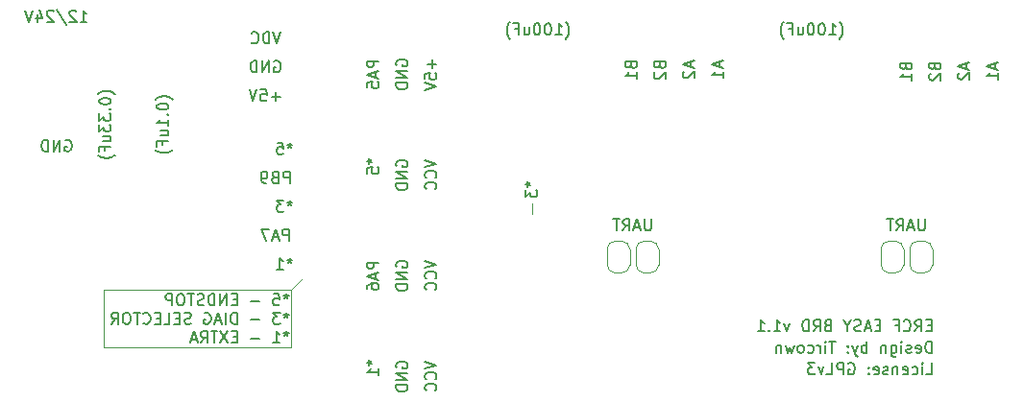
<source format=gbo>
G04 #@! TF.GenerationSoftware,KiCad,Pcbnew,(5.1.9)-1*
G04 #@! TF.CreationDate,2021-06-24T09:40:01+02:00*
G04 #@! TF.ProjectId,ercf-easy-brd,65726366-2d65-4617-9379-2d6272642e6b,v1.1*
G04 #@! TF.SameCoordinates,Original*
G04 #@! TF.FileFunction,Legend,Bot*
G04 #@! TF.FilePolarity,Positive*
%FSLAX46Y46*%
G04 Gerber Fmt 4.6, Leading zero omitted, Abs format (unit mm)*
G04 Created by KiCad (PCBNEW (5.1.9)-1) date 2021-06-24 09:40:01*
%MOMM*%
%LPD*%
G01*
G04 APERTURE LIST*
%ADD10C,0.150000*%
%ADD11C,0.120000*%
%ADD12C,0.200000*%
G04 APERTURE END LIST*
D10*
X158414404Y-137088571D02*
X158081071Y-137088571D01*
X157938214Y-137612380D02*
X158414404Y-137612380D01*
X158414404Y-136612380D01*
X157938214Y-136612380D01*
X156938214Y-137612380D02*
X157271547Y-137136190D01*
X157509642Y-137612380D02*
X157509642Y-136612380D01*
X157128690Y-136612380D01*
X157033452Y-136660000D01*
X156985833Y-136707619D01*
X156938214Y-136802857D01*
X156938214Y-136945714D01*
X156985833Y-137040952D01*
X157033452Y-137088571D01*
X157128690Y-137136190D01*
X157509642Y-137136190D01*
X155938214Y-137517142D02*
X155985833Y-137564761D01*
X156128690Y-137612380D01*
X156223928Y-137612380D01*
X156366785Y-137564761D01*
X156462023Y-137469523D01*
X156509642Y-137374285D01*
X156557261Y-137183809D01*
X156557261Y-137040952D01*
X156509642Y-136850476D01*
X156462023Y-136755238D01*
X156366785Y-136660000D01*
X156223928Y-136612380D01*
X156128690Y-136612380D01*
X155985833Y-136660000D01*
X155938214Y-136707619D01*
X155176309Y-137088571D02*
X155509642Y-137088571D01*
X155509642Y-137612380D02*
X155509642Y-136612380D01*
X155033452Y-136612380D01*
X153890595Y-137088571D02*
X153557261Y-137088571D01*
X153414404Y-137612380D02*
X153890595Y-137612380D01*
X153890595Y-136612380D01*
X153414404Y-136612380D01*
X153033452Y-137326666D02*
X152557261Y-137326666D01*
X153128690Y-137612380D02*
X152795357Y-136612380D01*
X152462023Y-137612380D01*
X152176309Y-137564761D02*
X152033452Y-137612380D01*
X151795357Y-137612380D01*
X151700119Y-137564761D01*
X151652500Y-137517142D01*
X151604880Y-137421904D01*
X151604880Y-137326666D01*
X151652500Y-137231428D01*
X151700119Y-137183809D01*
X151795357Y-137136190D01*
X151985833Y-137088571D01*
X152081071Y-137040952D01*
X152128690Y-136993333D01*
X152176309Y-136898095D01*
X152176309Y-136802857D01*
X152128690Y-136707619D01*
X152081071Y-136660000D01*
X151985833Y-136612380D01*
X151747738Y-136612380D01*
X151604880Y-136660000D01*
X150985833Y-137136190D02*
X150985833Y-137612380D01*
X151319166Y-136612380D02*
X150985833Y-137136190D01*
X150652500Y-136612380D01*
X149223928Y-137088571D02*
X149081071Y-137136190D01*
X149033452Y-137183809D01*
X148985833Y-137279047D01*
X148985833Y-137421904D01*
X149033452Y-137517142D01*
X149081071Y-137564761D01*
X149176309Y-137612380D01*
X149557261Y-137612380D01*
X149557261Y-136612380D01*
X149223928Y-136612380D01*
X149128690Y-136660000D01*
X149081071Y-136707619D01*
X149033452Y-136802857D01*
X149033452Y-136898095D01*
X149081071Y-136993333D01*
X149128690Y-137040952D01*
X149223928Y-137088571D01*
X149557261Y-137088571D01*
X147985833Y-137612380D02*
X148319166Y-137136190D01*
X148557261Y-137612380D02*
X148557261Y-136612380D01*
X148176309Y-136612380D01*
X148081071Y-136660000D01*
X148033452Y-136707619D01*
X147985833Y-136802857D01*
X147985833Y-136945714D01*
X148033452Y-137040952D01*
X148081071Y-137088571D01*
X148176309Y-137136190D01*
X148557261Y-137136190D01*
X147557261Y-137612380D02*
X147557261Y-136612380D01*
X147319166Y-136612380D01*
X147176309Y-136660000D01*
X147081071Y-136755238D01*
X147033452Y-136850476D01*
X146985833Y-137040952D01*
X146985833Y-137183809D01*
X147033452Y-137374285D01*
X147081071Y-137469523D01*
X147176309Y-137564761D01*
X147319166Y-137612380D01*
X147557261Y-137612380D01*
X145890595Y-136945714D02*
X145652500Y-137612380D01*
X145414404Y-136945714D01*
X144509642Y-137612380D02*
X145081071Y-137612380D01*
X144795357Y-137612380D02*
X144795357Y-136612380D01*
X144890595Y-136755238D01*
X144985833Y-136850476D01*
X145081071Y-136898095D01*
X144081071Y-137517142D02*
X144033452Y-137564761D01*
X144081071Y-137612380D01*
X144128690Y-137564761D01*
X144081071Y-137517142D01*
X144081071Y-137612380D01*
X143081071Y-137612380D02*
X143652500Y-137612380D01*
X143366785Y-137612380D02*
X143366785Y-136612380D01*
X143462023Y-136755238D01*
X143557261Y-136850476D01*
X143652500Y-136898095D01*
X157938214Y-141422380D02*
X158414404Y-141422380D01*
X158414404Y-140422380D01*
X157604880Y-141422380D02*
X157604880Y-140755714D01*
X157604880Y-140422380D02*
X157652500Y-140470000D01*
X157604880Y-140517619D01*
X157557261Y-140470000D01*
X157604880Y-140422380D01*
X157604880Y-140517619D01*
X156700119Y-141374761D02*
X156795357Y-141422380D01*
X156985833Y-141422380D01*
X157081071Y-141374761D01*
X157128690Y-141327142D01*
X157176309Y-141231904D01*
X157176309Y-140946190D01*
X157128690Y-140850952D01*
X157081071Y-140803333D01*
X156985833Y-140755714D01*
X156795357Y-140755714D01*
X156700119Y-140803333D01*
X155890595Y-141374761D02*
X155985833Y-141422380D01*
X156176309Y-141422380D01*
X156271547Y-141374761D01*
X156319166Y-141279523D01*
X156319166Y-140898571D01*
X156271547Y-140803333D01*
X156176309Y-140755714D01*
X155985833Y-140755714D01*
X155890595Y-140803333D01*
X155842976Y-140898571D01*
X155842976Y-140993809D01*
X156319166Y-141089047D01*
X155414404Y-140755714D02*
X155414404Y-141422380D01*
X155414404Y-140850952D02*
X155366785Y-140803333D01*
X155271547Y-140755714D01*
X155128690Y-140755714D01*
X155033452Y-140803333D01*
X154985833Y-140898571D01*
X154985833Y-141422380D01*
X154557261Y-141374761D02*
X154462023Y-141422380D01*
X154271547Y-141422380D01*
X154176309Y-141374761D01*
X154128690Y-141279523D01*
X154128690Y-141231904D01*
X154176309Y-141136666D01*
X154271547Y-141089047D01*
X154414404Y-141089047D01*
X154509642Y-141041428D01*
X154557261Y-140946190D01*
X154557261Y-140898571D01*
X154509642Y-140803333D01*
X154414404Y-140755714D01*
X154271547Y-140755714D01*
X154176309Y-140803333D01*
X153319166Y-141374761D02*
X153414404Y-141422380D01*
X153604880Y-141422380D01*
X153700119Y-141374761D01*
X153747738Y-141279523D01*
X153747738Y-140898571D01*
X153700119Y-140803333D01*
X153604880Y-140755714D01*
X153414404Y-140755714D01*
X153319166Y-140803333D01*
X153271547Y-140898571D01*
X153271547Y-140993809D01*
X153747738Y-141089047D01*
X152842976Y-141327142D02*
X152795357Y-141374761D01*
X152842976Y-141422380D01*
X152890595Y-141374761D01*
X152842976Y-141327142D01*
X152842976Y-141422380D01*
X152842976Y-140803333D02*
X152795357Y-140850952D01*
X152842976Y-140898571D01*
X152890595Y-140850952D01*
X152842976Y-140803333D01*
X152842976Y-140898571D01*
X151081071Y-140470000D02*
X151176309Y-140422380D01*
X151319166Y-140422380D01*
X151462023Y-140470000D01*
X151557261Y-140565238D01*
X151604880Y-140660476D01*
X151652500Y-140850952D01*
X151652500Y-140993809D01*
X151604880Y-141184285D01*
X151557261Y-141279523D01*
X151462023Y-141374761D01*
X151319166Y-141422380D01*
X151223928Y-141422380D01*
X151081071Y-141374761D01*
X151033452Y-141327142D01*
X151033452Y-140993809D01*
X151223928Y-140993809D01*
X150604880Y-141422380D02*
X150604880Y-140422380D01*
X150223928Y-140422380D01*
X150128690Y-140470000D01*
X150081071Y-140517619D01*
X150033452Y-140612857D01*
X150033452Y-140755714D01*
X150081071Y-140850952D01*
X150128690Y-140898571D01*
X150223928Y-140946190D01*
X150604880Y-140946190D01*
X149128690Y-141422380D02*
X149604880Y-141422380D01*
X149604880Y-140422380D01*
X148890595Y-140755714D02*
X148652500Y-141422380D01*
X148414404Y-140755714D01*
X148128690Y-140422380D02*
X147509642Y-140422380D01*
X147842976Y-140803333D01*
X147700119Y-140803333D01*
X147604880Y-140850952D01*
X147557261Y-140898571D01*
X147509642Y-140993809D01*
X147509642Y-141231904D01*
X147557261Y-141327142D01*
X147604880Y-141374761D01*
X147700119Y-141422380D01*
X147985833Y-141422380D01*
X148081071Y-141374761D01*
X148128690Y-141327142D01*
X158414404Y-139517380D02*
X158414404Y-138517380D01*
X158176309Y-138517380D01*
X158033452Y-138565000D01*
X157938214Y-138660238D01*
X157890595Y-138755476D01*
X157842976Y-138945952D01*
X157842976Y-139088809D01*
X157890595Y-139279285D01*
X157938214Y-139374523D01*
X158033452Y-139469761D01*
X158176309Y-139517380D01*
X158414404Y-139517380D01*
X157033452Y-139469761D02*
X157128690Y-139517380D01*
X157319166Y-139517380D01*
X157414404Y-139469761D01*
X157462023Y-139374523D01*
X157462023Y-138993571D01*
X157414404Y-138898333D01*
X157319166Y-138850714D01*
X157128690Y-138850714D01*
X157033452Y-138898333D01*
X156985833Y-138993571D01*
X156985833Y-139088809D01*
X157462023Y-139184047D01*
X156604880Y-139469761D02*
X156509642Y-139517380D01*
X156319166Y-139517380D01*
X156223928Y-139469761D01*
X156176309Y-139374523D01*
X156176309Y-139326904D01*
X156223928Y-139231666D01*
X156319166Y-139184047D01*
X156462023Y-139184047D01*
X156557261Y-139136428D01*
X156604880Y-139041190D01*
X156604880Y-138993571D01*
X156557261Y-138898333D01*
X156462023Y-138850714D01*
X156319166Y-138850714D01*
X156223928Y-138898333D01*
X155747738Y-139517380D02*
X155747738Y-138850714D01*
X155747738Y-138517380D02*
X155795357Y-138565000D01*
X155747738Y-138612619D01*
X155700119Y-138565000D01*
X155747738Y-138517380D01*
X155747738Y-138612619D01*
X154842976Y-138850714D02*
X154842976Y-139660238D01*
X154890595Y-139755476D01*
X154938214Y-139803095D01*
X155033452Y-139850714D01*
X155176309Y-139850714D01*
X155271547Y-139803095D01*
X154842976Y-139469761D02*
X154938214Y-139517380D01*
X155128690Y-139517380D01*
X155223928Y-139469761D01*
X155271547Y-139422142D01*
X155319166Y-139326904D01*
X155319166Y-139041190D01*
X155271547Y-138945952D01*
X155223928Y-138898333D01*
X155128690Y-138850714D01*
X154938214Y-138850714D01*
X154842976Y-138898333D01*
X154366785Y-138850714D02*
X154366785Y-139517380D01*
X154366785Y-138945952D02*
X154319166Y-138898333D01*
X154223928Y-138850714D01*
X154081071Y-138850714D01*
X153985833Y-138898333D01*
X153938214Y-138993571D01*
X153938214Y-139517380D01*
X152700119Y-139517380D02*
X152700119Y-138517380D01*
X152700119Y-138898333D02*
X152604880Y-138850714D01*
X152414404Y-138850714D01*
X152319166Y-138898333D01*
X152271547Y-138945952D01*
X152223928Y-139041190D01*
X152223928Y-139326904D01*
X152271547Y-139422142D01*
X152319166Y-139469761D01*
X152414404Y-139517380D01*
X152604880Y-139517380D01*
X152700119Y-139469761D01*
X151890595Y-138850714D02*
X151652500Y-139517380D01*
X151414404Y-138850714D02*
X151652500Y-139517380D01*
X151747738Y-139755476D01*
X151795357Y-139803095D01*
X151890595Y-139850714D01*
X151033452Y-139422142D02*
X150985833Y-139469761D01*
X151033452Y-139517380D01*
X151081071Y-139469761D01*
X151033452Y-139422142D01*
X151033452Y-139517380D01*
X151033452Y-138898333D02*
X150985833Y-138945952D01*
X151033452Y-138993571D01*
X151081071Y-138945952D01*
X151033452Y-138898333D01*
X151033452Y-138993571D01*
X149938214Y-138517380D02*
X149366785Y-138517380D01*
X149652500Y-139517380D02*
X149652500Y-138517380D01*
X149033452Y-139517380D02*
X149033452Y-138850714D01*
X149033452Y-138517380D02*
X149081071Y-138565000D01*
X149033452Y-138612619D01*
X148985833Y-138565000D01*
X149033452Y-138517380D01*
X149033452Y-138612619D01*
X148557261Y-139517380D02*
X148557261Y-138850714D01*
X148557261Y-139041190D02*
X148509642Y-138945952D01*
X148462023Y-138898333D01*
X148366785Y-138850714D01*
X148271547Y-138850714D01*
X147509642Y-139469761D02*
X147604880Y-139517380D01*
X147795357Y-139517380D01*
X147890595Y-139469761D01*
X147938214Y-139422142D01*
X147985833Y-139326904D01*
X147985833Y-139041190D01*
X147938214Y-138945952D01*
X147890595Y-138898333D01*
X147795357Y-138850714D01*
X147604880Y-138850714D01*
X147509642Y-138898333D01*
X146938214Y-139517380D02*
X147033452Y-139469761D01*
X147081071Y-139422142D01*
X147128690Y-139326904D01*
X147128690Y-139041190D01*
X147081071Y-138945952D01*
X147033452Y-138898333D01*
X146938214Y-138850714D01*
X146795357Y-138850714D01*
X146700119Y-138898333D01*
X146652500Y-138945952D01*
X146604880Y-139041190D01*
X146604880Y-139326904D01*
X146652500Y-139422142D01*
X146700119Y-139469761D01*
X146795357Y-139517380D01*
X146938214Y-139517380D01*
X146271547Y-138850714D02*
X146081071Y-139517380D01*
X145890595Y-139041190D01*
X145700119Y-139517380D01*
X145509642Y-138850714D01*
X145128690Y-138850714D02*
X145128690Y-139517380D01*
X145128690Y-138945952D02*
X145081071Y-138898333D01*
X144985833Y-138850714D01*
X144842976Y-138850714D01*
X144747738Y-138898333D01*
X144700119Y-138993571D01*
X144700119Y-139517380D01*
X133675238Y-127722380D02*
X133675238Y-128531904D01*
X133627619Y-128627142D01*
X133580000Y-128674761D01*
X133484761Y-128722380D01*
X133294285Y-128722380D01*
X133199047Y-128674761D01*
X133151428Y-128627142D01*
X133103809Y-128531904D01*
X133103809Y-127722380D01*
X132675238Y-128436666D02*
X132199047Y-128436666D01*
X132770476Y-128722380D02*
X132437142Y-127722380D01*
X132103809Y-128722380D01*
X131199047Y-128722380D02*
X131532380Y-128246190D01*
X131770476Y-128722380D02*
X131770476Y-127722380D01*
X131389523Y-127722380D01*
X131294285Y-127770000D01*
X131246666Y-127817619D01*
X131199047Y-127912857D01*
X131199047Y-128055714D01*
X131246666Y-128150952D01*
X131294285Y-128198571D01*
X131389523Y-128246190D01*
X131770476Y-128246190D01*
X130913333Y-127722380D02*
X130341904Y-127722380D01*
X130627619Y-128722380D02*
X130627619Y-127722380D01*
X157805238Y-127722380D02*
X157805238Y-128531904D01*
X157757619Y-128627142D01*
X157710000Y-128674761D01*
X157614761Y-128722380D01*
X157424285Y-128722380D01*
X157329047Y-128674761D01*
X157281428Y-128627142D01*
X157233809Y-128531904D01*
X157233809Y-127722380D01*
X156805238Y-128436666D02*
X156329047Y-128436666D01*
X156900476Y-128722380D02*
X156567142Y-127722380D01*
X156233809Y-128722380D01*
X155329047Y-128722380D02*
X155662380Y-128246190D01*
X155900476Y-128722380D02*
X155900476Y-127722380D01*
X155519523Y-127722380D01*
X155424285Y-127770000D01*
X155376666Y-127817619D01*
X155329047Y-127912857D01*
X155329047Y-128055714D01*
X155376666Y-128150952D01*
X155424285Y-128198571D01*
X155519523Y-128246190D01*
X155900476Y-128246190D01*
X155043333Y-127722380D02*
X154471904Y-127722380D01*
X154757619Y-128722380D02*
X154757619Y-127722380D01*
X82041904Y-120785000D02*
X82137142Y-120737380D01*
X82280000Y-120737380D01*
X82422857Y-120785000D01*
X82518095Y-120880238D01*
X82565714Y-120975476D01*
X82613333Y-121165952D01*
X82613333Y-121308809D01*
X82565714Y-121499285D01*
X82518095Y-121594523D01*
X82422857Y-121689761D01*
X82280000Y-121737380D01*
X82184761Y-121737380D01*
X82041904Y-121689761D01*
X81994285Y-121642142D01*
X81994285Y-121308809D01*
X82184761Y-121308809D01*
X81565714Y-121737380D02*
X81565714Y-120737380D01*
X80994285Y-121737380D01*
X80994285Y-120737380D01*
X80518095Y-121737380D02*
X80518095Y-120737380D01*
X80280000Y-120737380D01*
X80137142Y-120785000D01*
X80041904Y-120880238D01*
X79994285Y-120975476D01*
X79946666Y-121165952D01*
X79946666Y-121308809D01*
X79994285Y-121499285D01*
X80041904Y-121594523D01*
X80137142Y-121689761D01*
X80280000Y-121737380D01*
X80518095Y-121737380D01*
X83375238Y-110307380D02*
X83946666Y-110307380D01*
X83660952Y-110307380D02*
X83660952Y-109307380D01*
X83756190Y-109450238D01*
X83851428Y-109545476D01*
X83946666Y-109593095D01*
X82994285Y-109402619D02*
X82946666Y-109355000D01*
X82851428Y-109307380D01*
X82613333Y-109307380D01*
X82518095Y-109355000D01*
X82470476Y-109402619D01*
X82422857Y-109497857D01*
X82422857Y-109593095D01*
X82470476Y-109735952D01*
X83041904Y-110307380D01*
X82422857Y-110307380D01*
X81280000Y-109259761D02*
X82137142Y-110545476D01*
X80994285Y-109402619D02*
X80946666Y-109355000D01*
X80851428Y-109307380D01*
X80613333Y-109307380D01*
X80518095Y-109355000D01*
X80470476Y-109402619D01*
X80422857Y-109497857D01*
X80422857Y-109593095D01*
X80470476Y-109735952D01*
X81041904Y-110307380D01*
X80422857Y-110307380D01*
X79565714Y-109640714D02*
X79565714Y-110307380D01*
X79803809Y-109259761D02*
X80041904Y-109974047D01*
X79422857Y-109974047D01*
X79184761Y-109307380D02*
X78851428Y-110307380D01*
X78518095Y-109307380D01*
X150280380Y-111831333D02*
X150328000Y-111783714D01*
X150423238Y-111640857D01*
X150470857Y-111545619D01*
X150518476Y-111402761D01*
X150566095Y-111164666D01*
X150566095Y-110974190D01*
X150518476Y-110736095D01*
X150470857Y-110593238D01*
X150423238Y-110498000D01*
X150328000Y-110355142D01*
X150280380Y-110307523D01*
X149375619Y-111450380D02*
X149947047Y-111450380D01*
X149661333Y-111450380D02*
X149661333Y-110450380D01*
X149756571Y-110593238D01*
X149851809Y-110688476D01*
X149947047Y-110736095D01*
X148756571Y-110450380D02*
X148661333Y-110450380D01*
X148566095Y-110498000D01*
X148518476Y-110545619D01*
X148470857Y-110640857D01*
X148423238Y-110831333D01*
X148423238Y-111069428D01*
X148470857Y-111259904D01*
X148518476Y-111355142D01*
X148566095Y-111402761D01*
X148661333Y-111450380D01*
X148756571Y-111450380D01*
X148851809Y-111402761D01*
X148899428Y-111355142D01*
X148947047Y-111259904D01*
X148994666Y-111069428D01*
X148994666Y-110831333D01*
X148947047Y-110640857D01*
X148899428Y-110545619D01*
X148851809Y-110498000D01*
X148756571Y-110450380D01*
X147804190Y-110450380D02*
X147708952Y-110450380D01*
X147613714Y-110498000D01*
X147566095Y-110545619D01*
X147518476Y-110640857D01*
X147470857Y-110831333D01*
X147470857Y-111069428D01*
X147518476Y-111259904D01*
X147566095Y-111355142D01*
X147613714Y-111402761D01*
X147708952Y-111450380D01*
X147804190Y-111450380D01*
X147899428Y-111402761D01*
X147947047Y-111355142D01*
X147994666Y-111259904D01*
X148042285Y-111069428D01*
X148042285Y-110831333D01*
X147994666Y-110640857D01*
X147947047Y-110545619D01*
X147899428Y-110498000D01*
X147804190Y-110450380D01*
X146613714Y-110783714D02*
X146613714Y-111450380D01*
X147042285Y-110783714D02*
X147042285Y-111307523D01*
X146994666Y-111402761D01*
X146899428Y-111450380D01*
X146756571Y-111450380D01*
X146661333Y-111402761D01*
X146613714Y-111355142D01*
X145804190Y-110926571D02*
X146137523Y-110926571D01*
X146137523Y-111450380D02*
X146137523Y-110450380D01*
X145661333Y-110450380D01*
X145375619Y-111831333D02*
X145328000Y-111783714D01*
X145232761Y-111640857D01*
X145185142Y-111545619D01*
X145137523Y-111402761D01*
X145089904Y-111164666D01*
X145089904Y-110974190D01*
X145137523Y-110736095D01*
X145185142Y-110593238D01*
X145232761Y-110498000D01*
X145328000Y-110355142D01*
X145375619Y-110307523D01*
X126150380Y-111831333D02*
X126198000Y-111783714D01*
X126293238Y-111640857D01*
X126340857Y-111545619D01*
X126388476Y-111402761D01*
X126436095Y-111164666D01*
X126436095Y-110974190D01*
X126388476Y-110736095D01*
X126340857Y-110593238D01*
X126293238Y-110498000D01*
X126198000Y-110355142D01*
X126150380Y-110307523D01*
X125245619Y-111450380D02*
X125817047Y-111450380D01*
X125531333Y-111450380D02*
X125531333Y-110450380D01*
X125626571Y-110593238D01*
X125721809Y-110688476D01*
X125817047Y-110736095D01*
X124626571Y-110450380D02*
X124531333Y-110450380D01*
X124436095Y-110498000D01*
X124388476Y-110545619D01*
X124340857Y-110640857D01*
X124293238Y-110831333D01*
X124293238Y-111069428D01*
X124340857Y-111259904D01*
X124388476Y-111355142D01*
X124436095Y-111402761D01*
X124531333Y-111450380D01*
X124626571Y-111450380D01*
X124721809Y-111402761D01*
X124769428Y-111355142D01*
X124817047Y-111259904D01*
X124864666Y-111069428D01*
X124864666Y-110831333D01*
X124817047Y-110640857D01*
X124769428Y-110545619D01*
X124721809Y-110498000D01*
X124626571Y-110450380D01*
X123674190Y-110450380D02*
X123578952Y-110450380D01*
X123483714Y-110498000D01*
X123436095Y-110545619D01*
X123388476Y-110640857D01*
X123340857Y-110831333D01*
X123340857Y-111069428D01*
X123388476Y-111259904D01*
X123436095Y-111355142D01*
X123483714Y-111402761D01*
X123578952Y-111450380D01*
X123674190Y-111450380D01*
X123769428Y-111402761D01*
X123817047Y-111355142D01*
X123864666Y-111259904D01*
X123912285Y-111069428D01*
X123912285Y-110831333D01*
X123864666Y-110640857D01*
X123817047Y-110545619D01*
X123769428Y-110498000D01*
X123674190Y-110450380D01*
X122483714Y-110783714D02*
X122483714Y-111450380D01*
X122912285Y-110783714D02*
X122912285Y-111307523D01*
X122864666Y-111402761D01*
X122769428Y-111450380D01*
X122626571Y-111450380D01*
X122531333Y-111402761D01*
X122483714Y-111355142D01*
X121674190Y-110926571D02*
X122007523Y-110926571D01*
X122007523Y-111450380D02*
X122007523Y-110450380D01*
X121531333Y-110450380D01*
X121245619Y-111831333D02*
X121198000Y-111783714D01*
X121102761Y-111640857D01*
X121055142Y-111545619D01*
X121007523Y-111402761D01*
X120959904Y-111164666D01*
X120959904Y-110974190D01*
X121007523Y-110736095D01*
X121055142Y-110593238D01*
X121102761Y-110498000D01*
X121198000Y-110355142D01*
X121245619Y-110307523D01*
X91511333Y-117165714D02*
X91463714Y-117118095D01*
X91320857Y-117022857D01*
X91225619Y-116975238D01*
X91082761Y-116927619D01*
X90844666Y-116880000D01*
X90654190Y-116880000D01*
X90416095Y-116927619D01*
X90273238Y-116975238D01*
X90178000Y-117022857D01*
X90035142Y-117118095D01*
X89987523Y-117165714D01*
X90130380Y-117737142D02*
X90130380Y-117832380D01*
X90178000Y-117927619D01*
X90225619Y-117975238D01*
X90320857Y-118022857D01*
X90511333Y-118070476D01*
X90749428Y-118070476D01*
X90939904Y-118022857D01*
X91035142Y-117975238D01*
X91082761Y-117927619D01*
X91130380Y-117832380D01*
X91130380Y-117737142D01*
X91082761Y-117641904D01*
X91035142Y-117594285D01*
X90939904Y-117546666D01*
X90749428Y-117499047D01*
X90511333Y-117499047D01*
X90320857Y-117546666D01*
X90225619Y-117594285D01*
X90178000Y-117641904D01*
X90130380Y-117737142D01*
X91035142Y-118499047D02*
X91082761Y-118546666D01*
X91130380Y-118499047D01*
X91082761Y-118451428D01*
X91035142Y-118499047D01*
X91130380Y-118499047D01*
X91130380Y-119499047D02*
X91130380Y-118927619D01*
X91130380Y-119213333D02*
X90130380Y-119213333D01*
X90273238Y-119118095D01*
X90368476Y-119022857D01*
X90416095Y-118927619D01*
X90463714Y-120356190D02*
X91130380Y-120356190D01*
X90463714Y-119927619D02*
X90987523Y-119927619D01*
X91082761Y-119975238D01*
X91130380Y-120070476D01*
X91130380Y-120213333D01*
X91082761Y-120308571D01*
X91035142Y-120356190D01*
X90606571Y-121165714D02*
X90606571Y-120832380D01*
X91130380Y-120832380D02*
X90130380Y-120832380D01*
X90130380Y-121308571D01*
X91511333Y-121594285D02*
X91463714Y-121641904D01*
X91320857Y-121737142D01*
X91225619Y-121784761D01*
X91082761Y-121832380D01*
X90844666Y-121880000D01*
X90654190Y-121880000D01*
X90416095Y-121832380D01*
X90273238Y-121784761D01*
X90178000Y-121737142D01*
X90035142Y-121641904D01*
X89987523Y-121594285D01*
X86431333Y-116689523D02*
X86383714Y-116641904D01*
X86240857Y-116546666D01*
X86145619Y-116499047D01*
X86002761Y-116451428D01*
X85764666Y-116403809D01*
X85574190Y-116403809D01*
X85336095Y-116451428D01*
X85193238Y-116499047D01*
X85098000Y-116546666D01*
X84955142Y-116641904D01*
X84907523Y-116689523D01*
X85050380Y-117260952D02*
X85050380Y-117356190D01*
X85098000Y-117451428D01*
X85145619Y-117499047D01*
X85240857Y-117546666D01*
X85431333Y-117594285D01*
X85669428Y-117594285D01*
X85859904Y-117546666D01*
X85955142Y-117499047D01*
X86002761Y-117451428D01*
X86050380Y-117356190D01*
X86050380Y-117260952D01*
X86002761Y-117165714D01*
X85955142Y-117118095D01*
X85859904Y-117070476D01*
X85669428Y-117022857D01*
X85431333Y-117022857D01*
X85240857Y-117070476D01*
X85145619Y-117118095D01*
X85098000Y-117165714D01*
X85050380Y-117260952D01*
X85955142Y-118022857D02*
X86002761Y-118070476D01*
X86050380Y-118022857D01*
X86002761Y-117975238D01*
X85955142Y-118022857D01*
X86050380Y-118022857D01*
X85050380Y-118403809D02*
X85050380Y-119022857D01*
X85431333Y-118689523D01*
X85431333Y-118832380D01*
X85478952Y-118927619D01*
X85526571Y-118975238D01*
X85621809Y-119022857D01*
X85859904Y-119022857D01*
X85955142Y-118975238D01*
X86002761Y-118927619D01*
X86050380Y-118832380D01*
X86050380Y-118546666D01*
X86002761Y-118451428D01*
X85955142Y-118403809D01*
X85050380Y-119356190D02*
X85050380Y-119975238D01*
X85431333Y-119641904D01*
X85431333Y-119784761D01*
X85478952Y-119880000D01*
X85526571Y-119927619D01*
X85621809Y-119975238D01*
X85859904Y-119975238D01*
X85955142Y-119927619D01*
X86002761Y-119880000D01*
X86050380Y-119784761D01*
X86050380Y-119499047D01*
X86002761Y-119403809D01*
X85955142Y-119356190D01*
X85383714Y-120832380D02*
X86050380Y-120832380D01*
X85383714Y-120403809D02*
X85907523Y-120403809D01*
X86002761Y-120451428D01*
X86050380Y-120546666D01*
X86050380Y-120689523D01*
X86002761Y-120784761D01*
X85955142Y-120832380D01*
X85526571Y-121641904D02*
X85526571Y-121308571D01*
X86050380Y-121308571D02*
X85050380Y-121308571D01*
X85050380Y-121784761D01*
X86431333Y-122070476D02*
X86383714Y-122118095D01*
X86240857Y-122213333D01*
X86145619Y-122260952D01*
X86002761Y-122308571D01*
X85764666Y-122356190D01*
X85574190Y-122356190D01*
X85336095Y-122308571D01*
X85193238Y-122260952D01*
X85098000Y-122213333D01*
X84955142Y-122118095D01*
X84907523Y-122070476D01*
D11*
X123190000Y-126365000D02*
X123190000Y-127254000D01*
X101981000Y-133985000D02*
X102997000Y-132969000D01*
X101981000Y-139065000D02*
X101981000Y-133985000D01*
X85471000Y-139065000D02*
X101981000Y-139065000D01*
X85471000Y-133985000D02*
X85471000Y-139065000D01*
X101981000Y-133985000D02*
X85471000Y-133985000D01*
D10*
X101502547Y-134327380D02*
X101502547Y-134565476D01*
X101740642Y-134470238D02*
X101502547Y-134565476D01*
X101264452Y-134470238D01*
X101645404Y-134755952D02*
X101502547Y-134565476D01*
X101359690Y-134755952D01*
X100407309Y-134327380D02*
X100883500Y-134327380D01*
X100931119Y-134803571D01*
X100883500Y-134755952D01*
X100788261Y-134708333D01*
X100550166Y-134708333D01*
X100454928Y-134755952D01*
X100407309Y-134803571D01*
X100359690Y-134898809D01*
X100359690Y-135136904D01*
X100407309Y-135232142D01*
X100454928Y-135279761D01*
X100550166Y-135327380D01*
X100788261Y-135327380D01*
X100883500Y-135279761D01*
X100931119Y-135232142D01*
X99169214Y-134946428D02*
X98407309Y-134946428D01*
X97169214Y-134803571D02*
X96835880Y-134803571D01*
X96693023Y-135327380D02*
X97169214Y-135327380D01*
X97169214Y-134327380D01*
X96693023Y-134327380D01*
X96264452Y-135327380D02*
X96264452Y-134327380D01*
X95693023Y-135327380D01*
X95693023Y-134327380D01*
X95216833Y-135327380D02*
X95216833Y-134327380D01*
X94978738Y-134327380D01*
X94835880Y-134375000D01*
X94740642Y-134470238D01*
X94693023Y-134565476D01*
X94645404Y-134755952D01*
X94645404Y-134898809D01*
X94693023Y-135089285D01*
X94740642Y-135184523D01*
X94835880Y-135279761D01*
X94978738Y-135327380D01*
X95216833Y-135327380D01*
X94264452Y-135279761D02*
X94121595Y-135327380D01*
X93883500Y-135327380D01*
X93788261Y-135279761D01*
X93740642Y-135232142D01*
X93693023Y-135136904D01*
X93693023Y-135041666D01*
X93740642Y-134946428D01*
X93788261Y-134898809D01*
X93883500Y-134851190D01*
X94073976Y-134803571D01*
X94169214Y-134755952D01*
X94216833Y-134708333D01*
X94264452Y-134613095D01*
X94264452Y-134517857D01*
X94216833Y-134422619D01*
X94169214Y-134375000D01*
X94073976Y-134327380D01*
X93835880Y-134327380D01*
X93693023Y-134375000D01*
X93407309Y-134327380D02*
X92835880Y-134327380D01*
X93121595Y-135327380D02*
X93121595Y-134327380D01*
X92312071Y-134327380D02*
X92121595Y-134327380D01*
X92026357Y-134375000D01*
X91931119Y-134470238D01*
X91883500Y-134660714D01*
X91883500Y-134994047D01*
X91931119Y-135184523D01*
X92026357Y-135279761D01*
X92121595Y-135327380D01*
X92312071Y-135327380D01*
X92407309Y-135279761D01*
X92502547Y-135184523D01*
X92550166Y-134994047D01*
X92550166Y-134660714D01*
X92502547Y-134470238D01*
X92407309Y-134375000D01*
X92312071Y-134327380D01*
X91454928Y-135327380D02*
X91454928Y-134327380D01*
X91073976Y-134327380D01*
X90978738Y-134375000D01*
X90931119Y-134422619D01*
X90883500Y-134517857D01*
X90883500Y-134660714D01*
X90931119Y-134755952D01*
X90978738Y-134803571D01*
X91073976Y-134851190D01*
X91454928Y-134851190D01*
X101502547Y-135977380D02*
X101502547Y-136215476D01*
X101740642Y-136120238D02*
X101502547Y-136215476D01*
X101264452Y-136120238D01*
X101645404Y-136405952D02*
X101502547Y-136215476D01*
X101359690Y-136405952D01*
X100978738Y-135977380D02*
X100359690Y-135977380D01*
X100693023Y-136358333D01*
X100550166Y-136358333D01*
X100454928Y-136405952D01*
X100407309Y-136453571D01*
X100359690Y-136548809D01*
X100359690Y-136786904D01*
X100407309Y-136882142D01*
X100454928Y-136929761D01*
X100550166Y-136977380D01*
X100835880Y-136977380D01*
X100931119Y-136929761D01*
X100978738Y-136882142D01*
X99169214Y-136596428D02*
X98407309Y-136596428D01*
X97169214Y-136977380D02*
X97169214Y-135977380D01*
X96931119Y-135977380D01*
X96788261Y-136025000D01*
X96693023Y-136120238D01*
X96645404Y-136215476D01*
X96597785Y-136405952D01*
X96597785Y-136548809D01*
X96645404Y-136739285D01*
X96693023Y-136834523D01*
X96788261Y-136929761D01*
X96931119Y-136977380D01*
X97169214Y-136977380D01*
X96169214Y-136977380D02*
X96169214Y-135977380D01*
X95740642Y-136691666D02*
X95264452Y-136691666D01*
X95835880Y-136977380D02*
X95502547Y-135977380D01*
X95169214Y-136977380D01*
X94312071Y-136025000D02*
X94407309Y-135977380D01*
X94550166Y-135977380D01*
X94693023Y-136025000D01*
X94788261Y-136120238D01*
X94835880Y-136215476D01*
X94883500Y-136405952D01*
X94883500Y-136548809D01*
X94835880Y-136739285D01*
X94788261Y-136834523D01*
X94693023Y-136929761D01*
X94550166Y-136977380D01*
X94454928Y-136977380D01*
X94312071Y-136929761D01*
X94264452Y-136882142D01*
X94264452Y-136548809D01*
X94454928Y-136548809D01*
X93121595Y-136929761D02*
X92978738Y-136977380D01*
X92740642Y-136977380D01*
X92645404Y-136929761D01*
X92597785Y-136882142D01*
X92550166Y-136786904D01*
X92550166Y-136691666D01*
X92597785Y-136596428D01*
X92645404Y-136548809D01*
X92740642Y-136501190D01*
X92931119Y-136453571D01*
X93026357Y-136405952D01*
X93073976Y-136358333D01*
X93121595Y-136263095D01*
X93121595Y-136167857D01*
X93073976Y-136072619D01*
X93026357Y-136025000D01*
X92931119Y-135977380D01*
X92693023Y-135977380D01*
X92550166Y-136025000D01*
X92121595Y-136453571D02*
X91788261Y-136453571D01*
X91645404Y-136977380D02*
X92121595Y-136977380D01*
X92121595Y-135977380D01*
X91645404Y-135977380D01*
X90740642Y-136977380D02*
X91216833Y-136977380D01*
X91216833Y-135977380D01*
X90407309Y-136453571D02*
X90073976Y-136453571D01*
X89931119Y-136977380D02*
X90407309Y-136977380D01*
X90407309Y-135977380D01*
X89931119Y-135977380D01*
X88931119Y-136882142D02*
X88978738Y-136929761D01*
X89121595Y-136977380D01*
X89216833Y-136977380D01*
X89359690Y-136929761D01*
X89454928Y-136834523D01*
X89502547Y-136739285D01*
X89550166Y-136548809D01*
X89550166Y-136405952D01*
X89502547Y-136215476D01*
X89454928Y-136120238D01*
X89359690Y-136025000D01*
X89216833Y-135977380D01*
X89121595Y-135977380D01*
X88978738Y-136025000D01*
X88931119Y-136072619D01*
X88645404Y-135977380D02*
X88073976Y-135977380D01*
X88359690Y-136977380D02*
X88359690Y-135977380D01*
X87550166Y-135977380D02*
X87359690Y-135977380D01*
X87264452Y-136025000D01*
X87169214Y-136120238D01*
X87121595Y-136310714D01*
X87121595Y-136644047D01*
X87169214Y-136834523D01*
X87264452Y-136929761D01*
X87359690Y-136977380D01*
X87550166Y-136977380D01*
X87645404Y-136929761D01*
X87740642Y-136834523D01*
X87788261Y-136644047D01*
X87788261Y-136310714D01*
X87740642Y-136120238D01*
X87645404Y-136025000D01*
X87550166Y-135977380D01*
X86121595Y-136977380D02*
X86454928Y-136501190D01*
X86693023Y-136977380D02*
X86693023Y-135977380D01*
X86312071Y-135977380D01*
X86216833Y-136025000D01*
X86169214Y-136072619D01*
X86121595Y-136167857D01*
X86121595Y-136310714D01*
X86169214Y-136405952D01*
X86216833Y-136453571D01*
X86312071Y-136501190D01*
X86693023Y-136501190D01*
X101502547Y-137627380D02*
X101502547Y-137865476D01*
X101740642Y-137770238D02*
X101502547Y-137865476D01*
X101264452Y-137770238D01*
X101645404Y-138055952D02*
X101502547Y-137865476D01*
X101359690Y-138055952D01*
X100359690Y-138627380D02*
X100931119Y-138627380D01*
X100645404Y-138627380D02*
X100645404Y-137627380D01*
X100740642Y-137770238D01*
X100835880Y-137865476D01*
X100931119Y-137913095D01*
X99169214Y-138246428D02*
X98407309Y-138246428D01*
X97169214Y-138103571D02*
X96835880Y-138103571D01*
X96693023Y-138627380D02*
X97169214Y-138627380D01*
X97169214Y-137627380D01*
X96693023Y-137627380D01*
X96359690Y-137627380D02*
X95693023Y-138627380D01*
X95693023Y-137627380D02*
X96359690Y-138627380D01*
X95454928Y-137627380D02*
X94883500Y-137627380D01*
X95169214Y-138627380D02*
X95169214Y-137627380D01*
X93978738Y-138627380D02*
X94312071Y-138151190D01*
X94550166Y-138627380D02*
X94550166Y-137627380D01*
X94169214Y-137627380D01*
X94073976Y-137675000D01*
X94026357Y-137722619D01*
X93978738Y-137817857D01*
X93978738Y-137960714D01*
X94026357Y-138055952D01*
X94073976Y-138103571D01*
X94169214Y-138151190D01*
X94550166Y-138151190D01*
X93597785Y-138341666D02*
X93121595Y-138341666D01*
X93693023Y-138627380D02*
X93359690Y-137627380D01*
X93026357Y-138627380D01*
X101822095Y-131151380D02*
X101822095Y-131389476D01*
X102060190Y-131294238D02*
X101822095Y-131389476D01*
X101584000Y-131294238D01*
X101964952Y-131579952D02*
X101822095Y-131389476D01*
X101679238Y-131579952D01*
X100679238Y-132151380D02*
X101250666Y-132151380D01*
X100964952Y-132151380D02*
X100964952Y-131151380D01*
X101060190Y-131294238D01*
X101155428Y-131389476D01*
X101250666Y-131437095D01*
X101822095Y-120991380D02*
X101822095Y-121229476D01*
X102060190Y-121134238D02*
X101822095Y-121229476D01*
X101584000Y-121134238D01*
X101964952Y-121419952D02*
X101822095Y-121229476D01*
X101679238Y-121419952D01*
X100726857Y-120991380D02*
X101203047Y-120991380D01*
X101250666Y-121467571D01*
X101203047Y-121419952D01*
X101107809Y-121372333D01*
X100869714Y-121372333D01*
X100774476Y-121419952D01*
X100726857Y-121467571D01*
X100679238Y-121562809D01*
X100679238Y-121800904D01*
X100726857Y-121896142D01*
X100774476Y-121943761D01*
X100869714Y-121991380D01*
X101107809Y-121991380D01*
X101203047Y-121943761D01*
X101250666Y-121896142D01*
X101822095Y-126071380D02*
X101822095Y-126309476D01*
X102060190Y-126214238D02*
X101822095Y-126309476D01*
X101584000Y-126214238D01*
X101964952Y-126499952D02*
X101822095Y-126309476D01*
X101679238Y-126499952D01*
X101298285Y-126071380D02*
X100679238Y-126071380D01*
X101012571Y-126452333D01*
X100869714Y-126452333D01*
X100774476Y-126499952D01*
X100726857Y-126547571D01*
X100679238Y-126642809D01*
X100679238Y-126880904D01*
X100726857Y-126976142D01*
X100774476Y-127023761D01*
X100869714Y-127071380D01*
X101155428Y-127071380D01*
X101250666Y-127023761D01*
X101298285Y-126976142D01*
X122642380Y-124618809D02*
X122880476Y-124618809D01*
X122785238Y-124380714D02*
X122880476Y-124618809D01*
X122785238Y-124856904D01*
X123070952Y-124475952D02*
X122880476Y-124618809D01*
X123070952Y-124761666D01*
X122642380Y-125142619D02*
X122642380Y-125761666D01*
X123023333Y-125428333D01*
X123023333Y-125571190D01*
X123070952Y-125666428D01*
X123118571Y-125714047D01*
X123213809Y-125761666D01*
X123451904Y-125761666D01*
X123547142Y-125714047D01*
X123594761Y-125666428D01*
X123642380Y-125571190D01*
X123642380Y-125285476D01*
X123594761Y-125190238D01*
X123547142Y-125142619D01*
X101822095Y-124531380D02*
X101822095Y-123531380D01*
X101441142Y-123531380D01*
X101345904Y-123579000D01*
X101298285Y-123626619D01*
X101250666Y-123721857D01*
X101250666Y-123864714D01*
X101298285Y-123959952D01*
X101345904Y-124007571D01*
X101441142Y-124055190D01*
X101822095Y-124055190D01*
X100488761Y-124007571D02*
X100345904Y-124055190D01*
X100298285Y-124102809D01*
X100250666Y-124198047D01*
X100250666Y-124340904D01*
X100298285Y-124436142D01*
X100345904Y-124483761D01*
X100441142Y-124531380D01*
X100822095Y-124531380D01*
X100822095Y-123531380D01*
X100488761Y-123531380D01*
X100393523Y-123579000D01*
X100345904Y-123626619D01*
X100298285Y-123721857D01*
X100298285Y-123817095D01*
X100345904Y-123912333D01*
X100393523Y-123959952D01*
X100488761Y-124007571D01*
X100822095Y-124007571D01*
X99774476Y-124531380D02*
X99584000Y-124531380D01*
X99488761Y-124483761D01*
X99441142Y-124436142D01*
X99345904Y-124293285D01*
X99298285Y-124102809D01*
X99298285Y-123721857D01*
X99345904Y-123626619D01*
X99393523Y-123579000D01*
X99488761Y-123531380D01*
X99679238Y-123531380D01*
X99774476Y-123579000D01*
X99822095Y-123626619D01*
X99869714Y-123721857D01*
X99869714Y-123959952D01*
X99822095Y-124055190D01*
X99774476Y-124102809D01*
X99679238Y-124150428D01*
X99488761Y-124150428D01*
X99393523Y-124102809D01*
X99345904Y-124055190D01*
X99298285Y-123959952D01*
X101750666Y-129611380D02*
X101750666Y-128611380D01*
X101369714Y-128611380D01*
X101274476Y-128659000D01*
X101226857Y-128706619D01*
X101179238Y-128801857D01*
X101179238Y-128944714D01*
X101226857Y-129039952D01*
X101274476Y-129087571D01*
X101369714Y-129135190D01*
X101750666Y-129135190D01*
X100798285Y-129325666D02*
X100322095Y-129325666D01*
X100893523Y-129611380D02*
X100560190Y-128611380D01*
X100226857Y-129611380D01*
X99988761Y-128611380D02*
X99322095Y-128611380D01*
X99750666Y-129611380D01*
X114371428Y-113649285D02*
X114371428Y-114411190D01*
X114752380Y-114030238D02*
X113990476Y-114030238D01*
X113752380Y-115363571D02*
X113752380Y-114887380D01*
X114228571Y-114839761D01*
X114180952Y-114887380D01*
X114133333Y-114982619D01*
X114133333Y-115220714D01*
X114180952Y-115315952D01*
X114228571Y-115363571D01*
X114323809Y-115411190D01*
X114561904Y-115411190D01*
X114657142Y-115363571D01*
X114704761Y-115315952D01*
X114752380Y-115220714D01*
X114752380Y-114982619D01*
X114704761Y-114887380D01*
X114657142Y-114839761D01*
X113752380Y-115696904D02*
X114752380Y-116030238D01*
X113752380Y-116363571D01*
X111260000Y-114173095D02*
X111212380Y-114077857D01*
X111212380Y-113935000D01*
X111260000Y-113792142D01*
X111355238Y-113696904D01*
X111450476Y-113649285D01*
X111640952Y-113601666D01*
X111783809Y-113601666D01*
X111974285Y-113649285D01*
X112069523Y-113696904D01*
X112164761Y-113792142D01*
X112212380Y-113935000D01*
X112212380Y-114030238D01*
X112164761Y-114173095D01*
X112117142Y-114220714D01*
X111783809Y-114220714D01*
X111783809Y-114030238D01*
X112212380Y-114649285D02*
X111212380Y-114649285D01*
X112212380Y-115220714D01*
X111212380Y-115220714D01*
X112212380Y-115696904D02*
X111212380Y-115696904D01*
X111212380Y-115935000D01*
X111260000Y-116077857D01*
X111355238Y-116173095D01*
X111450476Y-116220714D01*
X111640952Y-116268333D01*
X111783809Y-116268333D01*
X111974285Y-116220714D01*
X112069523Y-116173095D01*
X112164761Y-116077857D01*
X112212380Y-115935000D01*
X112212380Y-115696904D01*
X109672380Y-113768333D02*
X108672380Y-113768333D01*
X108672380Y-114149285D01*
X108720000Y-114244523D01*
X108767619Y-114292142D01*
X108862857Y-114339761D01*
X109005714Y-114339761D01*
X109100952Y-114292142D01*
X109148571Y-114244523D01*
X109196190Y-114149285D01*
X109196190Y-113768333D01*
X109386666Y-114720714D02*
X109386666Y-115196904D01*
X109672380Y-114625476D02*
X108672380Y-114958809D01*
X109672380Y-115292142D01*
X108672380Y-116101666D02*
X108672380Y-115625476D01*
X109148571Y-115577857D01*
X109100952Y-115625476D01*
X109053333Y-115720714D01*
X109053333Y-115958809D01*
X109100952Y-116054047D01*
X109148571Y-116101666D01*
X109243809Y-116149285D01*
X109481904Y-116149285D01*
X109577142Y-116101666D01*
X109624761Y-116054047D01*
X109672380Y-115958809D01*
X109672380Y-115720714D01*
X109624761Y-115625476D01*
X109577142Y-115577857D01*
X101028333Y-111212380D02*
X100695000Y-112212380D01*
X100361666Y-111212380D01*
X100028333Y-112212380D02*
X100028333Y-111212380D01*
X99790238Y-111212380D01*
X99647380Y-111260000D01*
X99552142Y-111355238D01*
X99504523Y-111450476D01*
X99456904Y-111640952D01*
X99456904Y-111783809D01*
X99504523Y-111974285D01*
X99552142Y-112069523D01*
X99647380Y-112164761D01*
X99790238Y-112212380D01*
X100028333Y-112212380D01*
X98456904Y-112117142D02*
X98504523Y-112164761D01*
X98647380Y-112212380D01*
X98742619Y-112212380D01*
X98885476Y-112164761D01*
X98980714Y-112069523D01*
X99028333Y-111974285D01*
X99075952Y-111783809D01*
X99075952Y-111640952D01*
X99028333Y-111450476D01*
X98980714Y-111355238D01*
X98885476Y-111260000D01*
X98742619Y-111212380D01*
X98647380Y-111212380D01*
X98504523Y-111260000D01*
X98456904Y-111307619D01*
X100980714Y-116911428D02*
X100218809Y-116911428D01*
X100599761Y-117292380D02*
X100599761Y-116530476D01*
X99266428Y-116292380D02*
X99742619Y-116292380D01*
X99790238Y-116768571D01*
X99742619Y-116720952D01*
X99647380Y-116673333D01*
X99409285Y-116673333D01*
X99314047Y-116720952D01*
X99266428Y-116768571D01*
X99218809Y-116863809D01*
X99218809Y-117101904D01*
X99266428Y-117197142D01*
X99314047Y-117244761D01*
X99409285Y-117292380D01*
X99647380Y-117292380D01*
X99742619Y-117244761D01*
X99790238Y-117197142D01*
X98933095Y-116292380D02*
X98599761Y-117292380D01*
X98266428Y-116292380D01*
X100456904Y-113800000D02*
X100552142Y-113752380D01*
X100695000Y-113752380D01*
X100837857Y-113800000D01*
X100933095Y-113895238D01*
X100980714Y-113990476D01*
X101028333Y-114180952D01*
X101028333Y-114323809D01*
X100980714Y-114514285D01*
X100933095Y-114609523D01*
X100837857Y-114704761D01*
X100695000Y-114752380D01*
X100599761Y-114752380D01*
X100456904Y-114704761D01*
X100409285Y-114657142D01*
X100409285Y-114323809D01*
X100599761Y-114323809D01*
X99980714Y-114752380D02*
X99980714Y-113752380D01*
X99409285Y-114752380D01*
X99409285Y-113752380D01*
X98933095Y-114752380D02*
X98933095Y-113752380D01*
X98695000Y-113752380D01*
X98552142Y-113800000D01*
X98456904Y-113895238D01*
X98409285Y-113990476D01*
X98361666Y-114180952D01*
X98361666Y-114323809D01*
X98409285Y-114514285D01*
X98456904Y-114609523D01*
X98552142Y-114704761D01*
X98695000Y-114752380D01*
X98933095Y-114752380D01*
X108672380Y-140366904D02*
X108910476Y-140366904D01*
X108815238Y-140128809D02*
X108910476Y-140366904D01*
X108815238Y-140605000D01*
X109100952Y-140224047D02*
X108910476Y-140366904D01*
X109100952Y-140509761D01*
X109672380Y-141509761D02*
X109672380Y-140938333D01*
X109672380Y-141224047D02*
X108672380Y-141224047D01*
X108815238Y-141128809D01*
X108910476Y-141033571D01*
X108958095Y-140938333D01*
X111260000Y-140843095D02*
X111212380Y-140747857D01*
X111212380Y-140605000D01*
X111260000Y-140462142D01*
X111355238Y-140366904D01*
X111450476Y-140319285D01*
X111640952Y-140271666D01*
X111783809Y-140271666D01*
X111974285Y-140319285D01*
X112069523Y-140366904D01*
X112164761Y-140462142D01*
X112212380Y-140605000D01*
X112212380Y-140700238D01*
X112164761Y-140843095D01*
X112117142Y-140890714D01*
X111783809Y-140890714D01*
X111783809Y-140700238D01*
X112212380Y-141319285D02*
X111212380Y-141319285D01*
X112212380Y-141890714D01*
X111212380Y-141890714D01*
X112212380Y-142366904D02*
X111212380Y-142366904D01*
X111212380Y-142605000D01*
X111260000Y-142747857D01*
X111355238Y-142843095D01*
X111450476Y-142890714D01*
X111640952Y-142938333D01*
X111783809Y-142938333D01*
X111974285Y-142890714D01*
X112069523Y-142843095D01*
X112164761Y-142747857D01*
X112212380Y-142605000D01*
X112212380Y-142366904D01*
X113752380Y-140271666D02*
X114752380Y-140605000D01*
X113752380Y-140938333D01*
X114657142Y-141843095D02*
X114704761Y-141795476D01*
X114752380Y-141652619D01*
X114752380Y-141557380D01*
X114704761Y-141414523D01*
X114609523Y-141319285D01*
X114514285Y-141271666D01*
X114323809Y-141224047D01*
X114180952Y-141224047D01*
X113990476Y-141271666D01*
X113895238Y-141319285D01*
X113800000Y-141414523D01*
X113752380Y-141557380D01*
X113752380Y-141652619D01*
X113800000Y-141795476D01*
X113847619Y-141843095D01*
X114657142Y-142843095D02*
X114704761Y-142795476D01*
X114752380Y-142652619D01*
X114752380Y-142557380D01*
X114704761Y-142414523D01*
X114609523Y-142319285D01*
X114514285Y-142271666D01*
X114323809Y-142224047D01*
X114180952Y-142224047D01*
X113990476Y-142271666D01*
X113895238Y-142319285D01*
X113800000Y-142414523D01*
X113752380Y-142557380D01*
X113752380Y-142652619D01*
X113800000Y-142795476D01*
X113847619Y-142843095D01*
X109672380Y-131548333D02*
X108672380Y-131548333D01*
X108672380Y-131929285D01*
X108720000Y-132024523D01*
X108767619Y-132072142D01*
X108862857Y-132119761D01*
X109005714Y-132119761D01*
X109100952Y-132072142D01*
X109148571Y-132024523D01*
X109196190Y-131929285D01*
X109196190Y-131548333D01*
X109386666Y-132500714D02*
X109386666Y-132976904D01*
X109672380Y-132405476D02*
X108672380Y-132738809D01*
X109672380Y-133072142D01*
X108672380Y-133834047D02*
X108672380Y-133643571D01*
X108720000Y-133548333D01*
X108767619Y-133500714D01*
X108910476Y-133405476D01*
X109100952Y-133357857D01*
X109481904Y-133357857D01*
X109577142Y-133405476D01*
X109624761Y-133453095D01*
X109672380Y-133548333D01*
X109672380Y-133738809D01*
X109624761Y-133834047D01*
X109577142Y-133881666D01*
X109481904Y-133929285D01*
X109243809Y-133929285D01*
X109148571Y-133881666D01*
X109100952Y-133834047D01*
X109053333Y-133738809D01*
X109053333Y-133548333D01*
X109100952Y-133453095D01*
X109148571Y-133405476D01*
X109243809Y-133357857D01*
X111260000Y-131953095D02*
X111212380Y-131857857D01*
X111212380Y-131715000D01*
X111260000Y-131572142D01*
X111355238Y-131476904D01*
X111450476Y-131429285D01*
X111640952Y-131381666D01*
X111783809Y-131381666D01*
X111974285Y-131429285D01*
X112069523Y-131476904D01*
X112164761Y-131572142D01*
X112212380Y-131715000D01*
X112212380Y-131810238D01*
X112164761Y-131953095D01*
X112117142Y-132000714D01*
X111783809Y-132000714D01*
X111783809Y-131810238D01*
X112212380Y-132429285D02*
X111212380Y-132429285D01*
X112212380Y-133000714D01*
X111212380Y-133000714D01*
X112212380Y-133476904D02*
X111212380Y-133476904D01*
X111212380Y-133715000D01*
X111260000Y-133857857D01*
X111355238Y-133953095D01*
X111450476Y-134000714D01*
X111640952Y-134048333D01*
X111783809Y-134048333D01*
X111974285Y-134000714D01*
X112069523Y-133953095D01*
X112164761Y-133857857D01*
X112212380Y-133715000D01*
X112212380Y-133476904D01*
X113752380Y-131381666D02*
X114752380Y-131715000D01*
X113752380Y-132048333D01*
X114657142Y-132953095D02*
X114704761Y-132905476D01*
X114752380Y-132762619D01*
X114752380Y-132667380D01*
X114704761Y-132524523D01*
X114609523Y-132429285D01*
X114514285Y-132381666D01*
X114323809Y-132334047D01*
X114180952Y-132334047D01*
X113990476Y-132381666D01*
X113895238Y-132429285D01*
X113800000Y-132524523D01*
X113752380Y-132667380D01*
X113752380Y-132762619D01*
X113800000Y-132905476D01*
X113847619Y-132953095D01*
X114657142Y-133953095D02*
X114704761Y-133905476D01*
X114752380Y-133762619D01*
X114752380Y-133667380D01*
X114704761Y-133524523D01*
X114609523Y-133429285D01*
X114514285Y-133381666D01*
X114323809Y-133334047D01*
X114180952Y-133334047D01*
X113990476Y-133381666D01*
X113895238Y-133429285D01*
X113800000Y-133524523D01*
X113752380Y-133667380D01*
X113752380Y-133762619D01*
X113800000Y-133905476D01*
X113847619Y-133953095D01*
X113752380Y-122491666D02*
X114752380Y-122825000D01*
X113752380Y-123158333D01*
X114657142Y-124063095D02*
X114704761Y-124015476D01*
X114752380Y-123872619D01*
X114752380Y-123777380D01*
X114704761Y-123634523D01*
X114609523Y-123539285D01*
X114514285Y-123491666D01*
X114323809Y-123444047D01*
X114180952Y-123444047D01*
X113990476Y-123491666D01*
X113895238Y-123539285D01*
X113800000Y-123634523D01*
X113752380Y-123777380D01*
X113752380Y-123872619D01*
X113800000Y-124015476D01*
X113847619Y-124063095D01*
X114657142Y-125063095D02*
X114704761Y-125015476D01*
X114752380Y-124872619D01*
X114752380Y-124777380D01*
X114704761Y-124634523D01*
X114609523Y-124539285D01*
X114514285Y-124491666D01*
X114323809Y-124444047D01*
X114180952Y-124444047D01*
X113990476Y-124491666D01*
X113895238Y-124539285D01*
X113800000Y-124634523D01*
X113752380Y-124777380D01*
X113752380Y-124872619D01*
X113800000Y-125015476D01*
X113847619Y-125063095D01*
X111260000Y-123063095D02*
X111212380Y-122967857D01*
X111212380Y-122825000D01*
X111260000Y-122682142D01*
X111355238Y-122586904D01*
X111450476Y-122539285D01*
X111640952Y-122491666D01*
X111783809Y-122491666D01*
X111974285Y-122539285D01*
X112069523Y-122586904D01*
X112164761Y-122682142D01*
X112212380Y-122825000D01*
X112212380Y-122920238D01*
X112164761Y-123063095D01*
X112117142Y-123110714D01*
X111783809Y-123110714D01*
X111783809Y-122920238D01*
X112212380Y-123539285D02*
X111212380Y-123539285D01*
X112212380Y-124110714D01*
X111212380Y-124110714D01*
X112212380Y-124586904D02*
X111212380Y-124586904D01*
X111212380Y-124825000D01*
X111260000Y-124967857D01*
X111355238Y-125063095D01*
X111450476Y-125110714D01*
X111640952Y-125158333D01*
X111783809Y-125158333D01*
X111974285Y-125110714D01*
X112069523Y-125063095D01*
X112164761Y-124967857D01*
X112212380Y-124825000D01*
X112212380Y-124586904D01*
X108672380Y-122586904D02*
X108910476Y-122586904D01*
X108815238Y-122348809D02*
X108910476Y-122586904D01*
X108815238Y-122825000D01*
X109100952Y-122444047D02*
X108910476Y-122586904D01*
X109100952Y-122729761D01*
X108672380Y-123682142D02*
X108672380Y-123205952D01*
X109148571Y-123158333D01*
X109100952Y-123205952D01*
X109053333Y-123301190D01*
X109053333Y-123539285D01*
X109100952Y-123634523D01*
X109148571Y-123682142D01*
X109243809Y-123729761D01*
X109481904Y-123729761D01*
X109577142Y-123682142D01*
X109624761Y-123634523D01*
X109672380Y-123539285D01*
X109672380Y-123301190D01*
X109624761Y-123205952D01*
X109577142Y-123158333D01*
D12*
X139739666Y-113839714D02*
X139739666Y-114315904D01*
X140025380Y-113744476D02*
X139025380Y-114077809D01*
X140025380Y-114411142D01*
X140025380Y-115268285D02*
X140025380Y-114696857D01*
X140025380Y-114982571D02*
X139025380Y-114982571D01*
X139168238Y-114887333D01*
X139263476Y-114792095D01*
X139311095Y-114696857D01*
D10*
X131881571Y-114149238D02*
X131929190Y-114292095D01*
X131976809Y-114339714D01*
X132072047Y-114387333D01*
X132214904Y-114387333D01*
X132310142Y-114339714D01*
X132357761Y-114292095D01*
X132405380Y-114196857D01*
X132405380Y-113815904D01*
X131405380Y-113815904D01*
X131405380Y-114149238D01*
X131453000Y-114244476D01*
X131500619Y-114292095D01*
X131595857Y-114339714D01*
X131691095Y-114339714D01*
X131786333Y-114292095D01*
X131833952Y-114244476D01*
X131881571Y-114149238D01*
X131881571Y-113815904D01*
X132405380Y-115339714D02*
X132405380Y-114768285D01*
X132405380Y-115054000D02*
X131405380Y-115054000D01*
X131548238Y-114958761D01*
X131643476Y-114863523D01*
X131691095Y-114768285D01*
X137199666Y-113839714D02*
X137199666Y-114315904D01*
X137485380Y-113744476D02*
X136485380Y-114077809D01*
X137485380Y-114411142D01*
X136580619Y-114696857D02*
X136533000Y-114744476D01*
X136485380Y-114839714D01*
X136485380Y-115077809D01*
X136533000Y-115173047D01*
X136580619Y-115220666D01*
X136675857Y-115268285D01*
X136771095Y-115268285D01*
X136913952Y-115220666D01*
X137485380Y-114649238D01*
X137485380Y-115268285D01*
X134421571Y-114149238D02*
X134469190Y-114292095D01*
X134516809Y-114339714D01*
X134612047Y-114387333D01*
X134754904Y-114387333D01*
X134850142Y-114339714D01*
X134897761Y-114292095D01*
X134945380Y-114196857D01*
X134945380Y-113815904D01*
X133945380Y-113815904D01*
X133945380Y-114149238D01*
X133993000Y-114244476D01*
X134040619Y-114292095D01*
X134135857Y-114339714D01*
X134231095Y-114339714D01*
X134326333Y-114292095D01*
X134373952Y-114244476D01*
X134421571Y-114149238D01*
X134421571Y-113815904D01*
X134040619Y-114768285D02*
X133993000Y-114815904D01*
X133945380Y-114911142D01*
X133945380Y-115149238D01*
X133993000Y-115244476D01*
X134040619Y-115292095D01*
X134135857Y-115339714D01*
X134231095Y-115339714D01*
X134373952Y-115292095D01*
X134945380Y-114720666D01*
X134945380Y-115339714D01*
X156138571Y-114276238D02*
X156186190Y-114419095D01*
X156233809Y-114466714D01*
X156329047Y-114514333D01*
X156471904Y-114514333D01*
X156567142Y-114466714D01*
X156614761Y-114419095D01*
X156662380Y-114323857D01*
X156662380Y-113942904D01*
X155662380Y-113942904D01*
X155662380Y-114276238D01*
X155710000Y-114371476D01*
X155757619Y-114419095D01*
X155852857Y-114466714D01*
X155948095Y-114466714D01*
X156043333Y-114419095D01*
X156090952Y-114371476D01*
X156138571Y-114276238D01*
X156138571Y-113942904D01*
X156662380Y-115466714D02*
X156662380Y-114895285D01*
X156662380Y-115181000D02*
X155662380Y-115181000D01*
X155805238Y-115085761D01*
X155900476Y-114990523D01*
X155948095Y-114895285D01*
X158678571Y-114276238D02*
X158726190Y-114419095D01*
X158773809Y-114466714D01*
X158869047Y-114514333D01*
X159011904Y-114514333D01*
X159107142Y-114466714D01*
X159154761Y-114419095D01*
X159202380Y-114323857D01*
X159202380Y-113942904D01*
X158202380Y-113942904D01*
X158202380Y-114276238D01*
X158250000Y-114371476D01*
X158297619Y-114419095D01*
X158392857Y-114466714D01*
X158488095Y-114466714D01*
X158583333Y-114419095D01*
X158630952Y-114371476D01*
X158678571Y-114276238D01*
X158678571Y-113942904D01*
X158297619Y-114895285D02*
X158250000Y-114942904D01*
X158202380Y-115038142D01*
X158202380Y-115276238D01*
X158250000Y-115371476D01*
X158297619Y-115419095D01*
X158392857Y-115466714D01*
X158488095Y-115466714D01*
X158630952Y-115419095D01*
X159202380Y-114847666D01*
X159202380Y-115466714D01*
X161456666Y-113966714D02*
X161456666Y-114442904D01*
X161742380Y-113871476D02*
X160742380Y-114204809D01*
X161742380Y-114538142D01*
X160837619Y-114823857D02*
X160790000Y-114871476D01*
X160742380Y-114966714D01*
X160742380Y-115204809D01*
X160790000Y-115300047D01*
X160837619Y-115347666D01*
X160932857Y-115395285D01*
X161028095Y-115395285D01*
X161170952Y-115347666D01*
X161742380Y-114776238D01*
X161742380Y-115395285D01*
D12*
X163996666Y-113966714D02*
X163996666Y-114442904D01*
X164282380Y-113871476D02*
X163282380Y-114204809D01*
X164282380Y-114538142D01*
X164282380Y-115395285D02*
X164282380Y-114823857D01*
X164282380Y-115109571D02*
X163282380Y-115109571D01*
X163425238Y-115014333D01*
X163520476Y-114919095D01*
X163568095Y-114823857D01*
D11*
X131110000Y-129664000D02*
X130510000Y-129664000D01*
X131810000Y-131764000D02*
X131810000Y-130364000D01*
X130510000Y-132464000D02*
X131110000Y-132464000D01*
X129810000Y-130364000D02*
X129810000Y-131764000D01*
X130510000Y-129664000D02*
G75*
G03*
X129810000Y-130364000I0J-700000D01*
G01*
X131810000Y-130364000D02*
G75*
G03*
X131110000Y-129664000I-700000J0D01*
G01*
X131110000Y-132464000D02*
G75*
G03*
X131810000Y-131764000I0J700000D01*
G01*
X129810000Y-131764000D02*
G75*
G03*
X130510000Y-132464000I700000J0D01*
G01*
X133050000Y-132464000D02*
X133650000Y-132464000D01*
X132350000Y-130364000D02*
X132350000Y-131764000D01*
X133650000Y-129664000D02*
X133050000Y-129664000D01*
X134350000Y-131764000D02*
X134350000Y-130364000D01*
X133650000Y-132464000D02*
G75*
G03*
X134350000Y-131764000I0J700000D01*
G01*
X132350000Y-131764000D02*
G75*
G03*
X133050000Y-132464000I700000J0D01*
G01*
X133050000Y-129664000D02*
G75*
G03*
X132350000Y-130364000I0J-700000D01*
G01*
X134350000Y-130364000D02*
G75*
G03*
X133650000Y-129664000I-700000J0D01*
G01*
X153940000Y-130364000D02*
X153940000Y-131764000D01*
X154640000Y-132464000D02*
X155240000Y-132464000D01*
X155940000Y-131764000D02*
X155940000Y-130364000D01*
X155240000Y-129664000D02*
X154640000Y-129664000D01*
X153940000Y-131764000D02*
G75*
G03*
X154640000Y-132464000I700000J0D01*
G01*
X155240000Y-132464000D02*
G75*
G03*
X155940000Y-131764000I0J700000D01*
G01*
X155940000Y-130364000D02*
G75*
G03*
X155240000Y-129664000I-700000J0D01*
G01*
X154640000Y-129664000D02*
G75*
G03*
X153940000Y-130364000I0J-700000D01*
G01*
X157180000Y-132464000D02*
X157780000Y-132464000D01*
X156480000Y-130364000D02*
X156480000Y-131764000D01*
X157780000Y-129664000D02*
X157180000Y-129664000D01*
X158480000Y-131764000D02*
X158480000Y-130364000D01*
X157780000Y-132464000D02*
G75*
G03*
X158480000Y-131764000I0J700000D01*
G01*
X156480000Y-131764000D02*
G75*
G03*
X157180000Y-132464000I700000J0D01*
G01*
X157180000Y-129664000D02*
G75*
G03*
X156480000Y-130364000I0J-700000D01*
G01*
X158480000Y-130364000D02*
G75*
G03*
X157780000Y-129664000I-700000J0D01*
G01*
M02*

</source>
